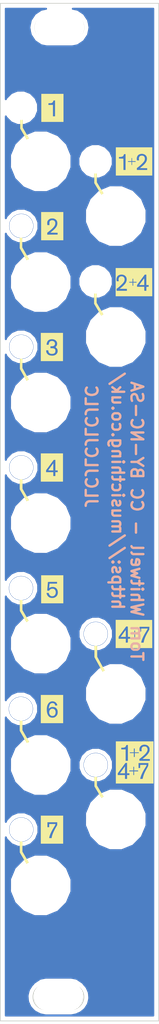
<source format=kicad_pcb>
(kicad_pcb (version 20171130) (host pcbnew 5.0.2+dfsg1-1)
  (layers (0 F.Cu signal) (31 B.Cu signal) (34 B.Paste user hide) (35 F.Paste user hide) (36 B.SilkS user) (37 F.SilkS user) (38 B.Mask user hide) (39 F.Mask user) (44 Edge.Cuts user))
  (net 0 "")
  (module MountingHole:MountingHole_3.2mm_M3_Pad (layer F.Cu) (at -2.667 61.1505)
    (fp_text reference REF** hide)
    (fp_text value MountingHole_3.2mm_M3_Pad)
    (pad "" np_thru_hole oval (at 0 0) (size 6.25 3.5) (drill oval 6.25 3.5) (layers *.Cu *.Mask))
  )
  (module LOGO (layer F.Cu) (at 0 0)
    (fp_text reference G*** hide)
    (fp_text value LOGO hide)
  )
  (module LOGO (layer F.Cu) (at 0 0)
    (fp_text reference G*** hide)
    (fp_text value LOGO hide)
  )
  (module LOGO (layer F.Cu) (at 0 0)
    (fp_text reference G*** hide)
    (fp_text value LOGO hide)
  )
  (module LOGO (layer F.Cu) (at 0 0)
    (fp_text reference G*** hide)
    (fp_text value LOGO hide)
    (fp_poly (pts (xy -7.217833 42.858587) (xy -5.977234 44.960536) (xy -5.763841 45.322509) (xy -5.571975 45.648863) (xy -5.401282 45.940217) (xy -5.251404 46.19719) (xy -5.121988 46.420402) (xy -5.012678 46.610473) (xy -4.923117 46.768021) (xy -4.852952 46.893667) (xy -4.801826 46.988029) (xy -4.769384 47.051727) (xy -4.75527 47.085381) (xy -4.754859 47.090982) (xy -4.785651 47.120877) (xy -4.837839 47.156256) (xy -4.898966 47.190451) (xy -4.95658 47.216795) (xy -4.998226 47.228618) (xy -5.009054 47.227075) (xy -5.022653 47.207269) (xy -5.056379 47.153271) (xy -5.108869 47.067364) (xy -5.17876 46.951829) (xy -5.264688 46.808948) (xy -5.365289 46.641003) (xy -5.479201 46.450275) (xy -5.605059 46.239045) (xy -5.7415 46.009596) (xy -5.887161 45.764208) (xy -6.040678 45.505164) (xy -6.200687 45.234745) (xy -6.289189 45.085) (xy -7.545916 42.95775) (xy -7.55192 41.634833) (xy -7.552795 41.400844) (xy -7.553265 41.178561) (xy -7.553347 40.971742) (xy -7.553054 40.784145) (xy -7.552404 40.619528) (xy -7.551411 40.48165) (xy -7.550092 40.37427) (xy -7.548462 40.301146) (xy -7.546536 40.266037) (xy -7.546225 40.264291) (xy -7.536898 40.239901) (xy -7.51744 40.225638) (xy -7.47827 40.218818) (xy -7.409808 40.216759) (xy -7.37618 40.216666) (xy -7.217833 40.216666) (xy -7.217833 42.858587)) (layer F.SilkS) (width 0.01))
    (fp_poly (pts (xy -2.074333 41.8465) (xy -4.8895 41.8465) (xy -4.8895 39.137166) (xy -4.064 39.137166) (xy -4.064 39.772166) (xy -3.831166 39.772166) (xy -3.831166 39.37) (xy -3.439583 39.37) (xy -3.302101 39.370143) (xy -3.201271 39.371012) (xy -3.131413 39.373266) (xy -3.086845 39.377565) (xy -3.061887 39.384567) (xy -3.050858 39.394934) (xy -3.048076 39.409323) (xy -3.048 39.415452) (xy -3.058796 39.44761) (xy -3.08875 39.508695) (xy -3.134204 39.591975) (xy -3.191506 39.690715) (xy -3.247085 39.782236) (xy -3.412846 40.060889) (xy -3.552704 40.31958) (xy -3.665571 40.556012) (xy -3.750363 40.767889) (xy -3.805994 40.952911) (xy -3.811286 40.976049) (xy -3.826602 41.043043) (xy -3.84005 41.097045) (xy -3.843953 41.110958) (xy -3.845351 41.129467) (xy -3.830515 41.14057) (xy -3.791663 41.146105) (xy -3.721014 41.147909) (xy -3.687153 41.148) (xy -3.51912 41.148) (xy -3.504634 41.036875) (xy -3.475324 40.892418) (xy -3.422522 40.720092) (xy -3.348616 40.525532) (xy -3.255991 40.314371) (xy -3.147034 40.092245) (xy -3.02413 39.864789) (xy -2.964685 39.761814) (xy -2.815166 39.508045) (xy -2.815166 39.137166) (xy -4.064 39.137166) (xy -4.8895 39.137166) (xy -4.8895 38.311666) (xy -2.074333 38.311666) (xy -2.074333 41.8465)) (layer F.SilkS) (width 0.01))
    (fp_poly (pts (xy 2.201334 34.49833) (xy 3.46075 36.597166) (xy 3.624608 36.870493) (xy 3.782254 37.133955) (xy 3.932326 37.385252) (xy 4.073465 37.622084) (xy 4.204309 37.842151) (xy 4.323498 38.043154) (xy 4.429671 38.222792) (xy 4.521468 38.378764) (xy 4.597528 38.508772) (xy 4.65649 38.610515) (xy 4.696993 38.681692) (xy 4.717678 38.720005) (xy 4.720167 38.726045) (xy 4.703059 38.753151) (xy 4.659865 38.790267) (xy 4.602783 38.829328) (xy 4.544007 38.862271) (xy 4.495735 38.881033) (xy 4.483137 38.882764) (xy 4.468996 38.86934) (xy 4.438938 38.828379) (xy 4.392455 38.759063) (xy 4.329043 38.660572) (xy 4.248197 38.532086) (xy 4.14941 38.372787) (xy 4.032177 38.181855) (xy 3.895993 37.958471) (xy 3.740353 37.701816) (xy 3.56475 37.411071) (xy 3.36868 37.085416) (xy 3.165512 36.747157) (xy 1.883834 34.611148) (xy 1.883834 31.855833) (xy 2.201334 31.855833) (xy 2.201334 34.49833)) (layer F.SilkS) (width 0.01))
    (fp_poly (pts (xy 9.3345 34.247666) (xy 4.593167 34.247666) (xy 4.593167 32.960198) (xy 4.826 32.960198) (xy 4.826 33.189333) (xy 5.736167 33.189333) (xy 5.736167 33.676166) (xy 6.011334 33.676166) (xy 6.011334 33.189333) (xy 6.307667 33.189333) (xy 6.307667 32.9565) (xy 6.011334 32.9565) (xy 6.011334 32.596666) (xy 6.2865 32.596666) (xy 6.2865 32.723666) (xy 6.7945 32.723666) (xy 6.7945 33.189333) (xy 6.900334 33.189333) (xy 6.900334 32.723666) (xy 7.408334 32.723666) (xy 7.408334 32.596666) (xy 6.900334 32.596666) (xy 6.900334 32.131) (xy 6.7945 32.131) (xy 6.7945 32.596666) (xy 6.2865 32.596666) (xy 6.011334 32.596666) (xy 6.011334 31.665333) (xy 7.450667 31.665333) (xy 7.450667 32.300333) (xy 7.660745 32.300333) (xy 7.666831 32.104541) (xy 7.672917 31.90875) (xy 8.069792 31.902991) (xy 8.209764 31.901317) (xy 8.312867 31.901196) (xy 8.38455 31.903006) (xy 8.430261 31.907124) (xy 8.455447 31.913928) (xy 8.465558 31.923796) (xy 8.466667 31.9305) (xy 8.461663 31.960327) (xy 8.444887 32.002822) (xy 8.413692 32.06286) (xy 8.365432 32.145316) (xy 8.297459 32.255064) (xy 8.248637 32.332083) (xy 8.114039 32.55432) (xy 7.991161 32.779085) (xy 7.883055 32.999681) (xy 7.792771 33.209413) (xy 7.723358 33.401585) (xy 7.677869 33.569502) (xy 7.672428 33.596791) (xy 7.657622 33.676166) (xy 7.818325 33.676166) (xy 7.899832 33.675514) (xy 7.948542 33.671411) (xy 7.973988 33.660642) (xy 7.985706 33.639988) (xy 7.990839 33.617958) (xy 8.047657 33.381123) (xy 8.122248 33.148326) (xy 8.217785 32.911921) (xy 8.337439 32.664262) (xy 8.48438 32.397704) (xy 8.527259 32.324676) (xy 8.594143 32.209502) (xy 8.641226 32.1198) (xy 8.671904 32.045634) (xy 8.689578 31.977065) (xy 8.697643 31.904155) (xy 8.6995 31.820924) (xy 8.6995 31.665333) (xy 7.450667 31.665333) (xy 6.011334 31.665333) (xy 6.011334 31.641954) (xy 5.793568 31.65475) (xy 4.826 32.960198) (xy 4.593167 32.960198) (xy 4.593167 29.724114) (xy 5.2705 29.724114) (xy 5.2705 29.950833) (xy 5.820834 29.950833) (xy 5.820834 31.390166) (xy 6.117167 31.390166) (xy 6.117167 31.16253) (xy 7.5565 31.16253) (xy 7.5565 31.262237) (xy 7.559269 31.324142) (xy 7.566283 31.366899) (xy 7.570611 31.376055) (xy 7.59452 31.379552) (xy 7.65551 31.382733) (xy 7.74833 31.385488) (xy 7.867728 31.387705) (xy 8.008454 31.389272) (xy 8.165255 31.39008) (xy 8.237361 31.390166) (xy 8.89 31.390166) (xy 8.89 31.158158) (xy 8.431335 31.152454) (xy 7.972669 31.14675) (xy 8.184399 30.973654) (xy 8.394535 30.79072) (xy 8.564231 30.61849) (xy 8.693885 30.456522) (xy 8.77867 30.315131) (xy 8.81737 30.233605) (xy 8.840978 30.17024) (xy 8.853189 30.108665) (xy 8.857698 30.032504) (xy 8.85825 29.962514) (xy 8.856946 29.866896) (xy 8.85102 29.799417) (xy 8.837452 29.745912) (xy 8.813223 29.692217) (xy 8.792585 29.6545) (xy 8.697188 29.525577) (xy 8.575557 29.429521) (xy 8.428957 29.367008) (xy 8.25865 29.338716) (xy 8.200672 29.337) (xy 8.036514 29.352176) (xy 7.8957 29.399513) (xy 7.77116 29.481724) (xy 7.732947 29.516464) (xy 7.638336 29.632266) (xy 7.581259 29.761418) (xy 7.559976 29.908976) (xy 7.563686 30.008671) (xy 7.572089 30.081792) (xy 7.581464 30.138236) (xy 7.588784 30.163363) (xy 7.614945 30.173856) (xy 7.670819 30.181191) (xy 7.737137 30.183666) (xy 7.872942 30.183666) (xy 7.857596 30.114875) (xy 7.843667 30.008616) (xy 7.845437 29.898887) (xy 7.861741 29.80117) (xy 7.885773 29.739774) (xy 7.939887 29.663571) (xy 8.001743 29.615086) (xy 8.081855 29.589134) (xy 8.190737 29.580531) (xy 8.208927 29.580416) (xy 8.298617 29.582525) (xy 8.359866 29.590848) (xy 8.406446 29.608378) (xy 8.442675 29.631239) (xy 8.515293 29.70633) (xy 8.567426 29.807067) (xy 8.59213 29.918985) (xy 8.593202 29.944801) (xy 8.582342 30.056522) (xy 8.547249 30.170085) (xy 8.485895 30.2881) (xy 8.396256 30.413173) (xy 8.276306 30.547914) (xy 8.124019 30.69493) (xy 7.937368 30.85683) (xy 7.794625 30.972901) (xy 7.5565 31.16253) (xy 6.117167 31.16253) (xy 6.117167 30.310666) (xy 6.35 30.310666) (xy 6.35 30.4165) (xy 6.858 30.4165) (xy 6.858 30.903333) (xy 6.985 30.903333) (xy 6.985 30.4165) (xy 7.493 30.4165) (xy 7.493 30.310666) (xy 6.985 30.310666) (xy 6.985 29.823833) (xy 6.858 29.823833) (xy 6.858 30.310666) (xy 6.35 30.310666) (xy 6.117167 30.310666) (xy 6.117167 29.377121) (xy 6.007292 29.383518) (xy 5.942422 29.389088) (xy 5.90724 29.401137) (xy 5.889116 29.427337) (xy 5.878971 29.461468) (xy 5.837999 29.565112) (xy 5.773594 29.640769) (xy 5.681957 29.690739) (xy 5.559285 29.717328) (xy 5.446857 29.723303) (xy 5.2705 29.724114) (xy 4.593167 29.724114) (xy 4.593167 28.934833) (xy 9.3345 28.934833) (xy 9.3345 34.247666)) (layer F.SilkS) (width 0.01))
    (fp_poly (pts (xy -7.295474 24.810855) (xy -7.251314 24.820181) (xy -7.244497 24.826035) (xy -7.238662 24.839992) (xy -7.233734 24.865083) (xy -7.229637 24.904339) (xy -7.226298 24.960793) (xy -7.223642 25.037475) (xy -7.221593 25.137417) (xy -7.220076 25.263652) (xy -7.219017 25.41921) (xy -7.218342 25.607123) (xy -7.217974 25.830424) (xy -7.217839 26.092142) (xy -7.217833 26.17604) (xy -7.217833 27.519052) (xy -5.977286 29.660268) (xy -5.764461 30.028039) (xy -5.572916 30.359949) (xy -5.40234 30.65655) (xy -5.252421 30.918395) (xy -5.122849 31.146035) (xy -5.013313 31.340024) (xy -4.923501 31.500913) (xy -4.853102 31.629254) (xy -4.801805 31.7256) (xy -4.769299 31.790504) (xy -4.755273 31.824517) (xy -4.754911 31.829898) (xy -4.785685 31.85976) (xy -4.83786 31.895112) (xy -4.898979 31.929289) (xy -4.956585 31.955624) (xy -4.998221 31.967448) (xy -5.009046 31.965909) (xy -5.022462 31.946027) (xy -5.055723 31.891759) (xy -5.107499 31.805377) (xy -5.176458 31.689151) (xy -5.261271 31.545353) (xy -5.360607 31.376253) (xy -5.473134 31.184122) (xy -5.597522 30.971232) (xy -5.732441 30.739852) (xy -5.87656 30.492255) (xy -6.028548 30.230711) (xy -6.187075 29.957492) (xy -6.294472 29.772159) (xy -7.5565 27.593235) (xy -7.5565 26.225684) (xy -7.556306 25.933972) (xy -7.555695 25.682283) (xy -7.554625 25.468307) (xy -7.553054 25.289733) (xy -7.55094 25.144253) (xy -7.548241 25.029557) (xy -7.544915 24.943335) (xy -7.54092 24.883278) (xy -7.536213 24.847077) (xy -7.5311 24.832733) (xy -7.496504 24.818916) (xy -7.435342 24.8102) (xy -7.363153 24.80728) (xy -7.295474 24.810855)) (layer F.SilkS) (width 0.01))
    (fp_poly (pts (xy -2.074333 26.627666) (xy -4.8895 26.627666) (xy -4.8895 24.898041) (xy -4.143781 24.898041) (xy -4.140972 25.056093) (xy -4.128426 25.198052) (xy -4.120134 25.249516) (xy -4.066576 25.453464) (xy -3.99029 25.62352) (xy -3.892034 25.758907) (xy -3.772561 25.858848) (xy -3.632628 25.922567) (xy -3.472991 25.949289) (xy -3.438062 25.950126) (xy -3.337806 25.944518) (xy -3.240042 25.929578) (xy -3.185006 25.915112) (xy -3.079071 25.861077) (xy -2.974657 25.776477) (xy -2.882327 25.672099) (xy -2.812646 25.558734) (xy -2.794625 25.516416) (xy -2.764953 25.39899) (xy -2.752823 25.264948) (xy -2.757828 25.128747) (xy -2.779564 25.004843) (xy -2.811378 24.919046) (xy -2.898957 24.783245) (xy -3.003779 24.684016) (xy -3.130333 24.618558) (xy -3.283105 24.584071) (xy -3.357764 24.578075) (xy -3.49777 24.581078) (xy -3.612869 24.607018) (xy -3.716167 24.660202) (xy -3.7952 24.721804) (xy -3.8735 24.790552) (xy -3.8735 24.728245) (xy -3.865634 24.652747) (xy -3.844875 24.554846) (xy -3.815477 24.449222) (xy -3.781697 24.350552) (xy -3.74779 24.273512) (xy -3.735646 24.252795) (xy -3.65534 24.167879) (xy -3.551293 24.11442) (xy -3.430694 24.094967) (xy -3.32322 24.106464) (xy -3.225069 24.145217) (xy -3.151532 24.21418) (xy -3.097839 24.317938) (xy -3.094965 24.325876) (xy -3.070289 24.386862) (xy -3.048375 24.414967) (xy -3.022079 24.41847) (xy -3.01625 24.417105) (xy -2.963277 24.408417) (xy -2.910416 24.405131) (xy -2.840458 24.398308) (xy -2.80678 24.375116) (xy -2.80494 24.328872) (xy -2.822548 24.273021) (xy -2.898842 24.127011) (xy -3.004175 24.011755) (xy -3.137916 23.927814) (xy -3.26032 23.884754) (xy -3.422665 23.862867) (xy -3.576011 23.88081) (xy -3.717402 23.936512) (xy -3.843882 24.027904) (xy -3.952497 24.152916) (xy -4.040291 24.309478) (xy -4.097905 24.471438) (xy -4.121836 24.591301) (xy -4.137265 24.738306) (xy -4.143781 24.898041) (xy -4.8895 24.898041) (xy -4.8895 23.071666) (xy -2.074333 23.071666) (xy -2.074333 26.627666)) (layer F.SilkS) (width 0.01))
    (fp_poly (pts (xy 2.2225 16.806333) (xy 2.233084 18.25625) (xy 3.484423 20.521083) (xy 3.642694 20.807832) (xy 3.79504 21.084416) (xy 3.940227 21.348564) (xy 4.077022 21.598009) (xy 4.204192 21.830481) (xy 4.320502 22.043713) (xy 4.42472 22.235436) (xy 4.515611 22.403381) (xy 4.591943 22.54528) (xy 4.652481 22.658863) (xy 4.695992 22.741863) (xy 4.721242 22.792011) (xy 4.72744 22.807083) (xy 4.704288 22.829602) (xy 4.655667 22.861798) (xy 4.594863 22.896319) (xy 4.535166 22.925814) (xy 4.489864 22.942931) (xy 4.47875 22.944666) (xy 4.451622 22.927701) (xy 4.415959 22.884537) (xy 4.397028 22.854708) (xy 4.380293 22.824873) (xy 4.344474 22.760329) (xy 4.290883 22.663457) (xy 4.220835 22.536643) (xy 4.135645 22.38227) (xy 4.036625 22.202722) (xy 3.925091 22.000383) (xy 3.802356 21.777637) (xy 3.669734 21.536866) (xy 3.528541 21.280456) (xy 3.380088 21.01079) (xy 3.225692 20.730252) (xy 3.114288 20.527786) (xy 1.883543 18.290822) (xy 1.894417 15.356416) (xy 2.211917 15.356416) (xy 2.2225 16.806333)) (layer F.SilkS) (width 0.01))
    (fp_poly (pts (xy 9.17575 13.599583) (xy 9.181163 15.372291) (xy 9.186575 17.145) (xy 4.572 17.145) (xy 4.572 15.980833) (xy 4.929899 15.980833) (xy 5.842 15.980833) (xy 5.842 16.469686) (xy 5.974292 16.463385) (xy 6.106584 16.457083) (xy 6.112559 16.219909) (xy 6.118535 15.982736) (xy 6.402917 15.97025) (xy 6.402917 15.737416) (xy 6.260346 15.731164) (xy 6.117776 15.724913) (xy 6.114786 15.377583) (xy 6.498167 15.377583) (xy 6.499455 15.401597) (xy 6.508472 15.41696) (xy 6.532947 15.425604) (xy 6.580609 15.429461) (xy 6.659187 15.430464) (xy 6.709834 15.4305) (xy 6.9215 15.4305) (xy 6.9215 15.631583) (xy 6.921868 15.724738) (xy 6.924361 15.783489) (xy 6.931068 15.815765) (xy 6.944074 15.829498) (xy 6.965466 15.832615) (xy 6.974417 15.832666) (xy 6.998931 15.83127) (xy 7.014392 15.821794) (xy 7.022886 15.79631) (xy 7.0265 15.746887) (xy 7.02732 15.665596) (xy 7.027334 15.631583) (xy 7.027334 15.4305) (xy 7.239 15.4305) (xy 7.335056 15.430177) (xy 7.396508 15.427923) (xy 7.431084 15.421804) (xy 7.446514 15.409889) (xy 7.450527 15.390244) (xy 7.450667 15.377583) (xy 7.449379 15.353569) (xy 7.440362 15.338206) (xy 7.415886 15.329562) (xy 7.368224 15.325704) (xy 7.289647 15.324701) (xy 7.239 15.324666) (xy 7.027334 15.324666) (xy 7.027334 15.123583) (xy 7.026966 15.030428) (xy 7.024472 14.971677) (xy 7.017766 14.9394) (xy 7.00476 14.925668) (xy 6.983368 14.92255) (xy 6.974417 14.9225) (xy 6.949902 14.923896) (xy 6.934442 14.933371) (xy 6.925948 14.958856) (xy 6.922334 15.008279) (xy 6.921514 15.089569) (xy 6.9215 15.123583) (xy 6.9215 15.324666) (xy 6.709834 15.324666) (xy 6.613777 15.324988) (xy 6.552326 15.327242) (xy 6.517749 15.333361) (xy 6.502319 15.345277) (xy 6.498307 15.364921) (xy 6.498167 15.377583) (xy 6.114786 15.377583) (xy 6.106858 14.456833) (xy 7.577667 14.456833) (xy 7.577667 15.070666) (xy 7.789334 15.070666) (xy 7.789334 14.689666) (xy 8.598256 14.689666) (xy 8.584921 14.742797) (xy 8.569606 14.777941) (xy 8.535624 14.841684) (xy 8.487016 14.926897) (xy 8.427822 15.026452) (xy 8.379113 15.105915) (xy 8.227054 15.361327) (xy 8.094678 15.605353) (xy 7.983809 15.833987) (xy 7.89627 16.043226) (xy 7.833886 16.229064) (xy 7.79999 16.377708) (xy 7.785612 16.467666) (xy 8.104915 16.467666) (xy 8.118246 16.388291) (xy 8.161559 16.187202) (xy 8.226104 15.978004) (xy 8.313862 15.755943) (xy 8.426814 15.516264) (xy 8.566939 15.254213) (xy 8.653256 15.104022) (xy 8.813815 14.830461) (xy 8.822747 14.643647) (xy 8.831678 14.456833) (xy 7.577667 14.456833) (xy 6.106858 14.456833) (xy 6.106584 14.425083) (xy 6.00075 14.419645) (xy 5.894917 14.414207) (xy 5.418667 15.060037) (xy 4.942417 15.705866) (xy 4.936158 15.84335) (xy 4.929899 15.980833) (xy 4.572 15.980833) (xy 4.572 13.588811) (xy 9.17575 13.599583)) (layer F.SilkS) (width 0.01))
    (fp_poly (pts (xy -7.36796 9.698733) (xy -7.228416 9.704916) (xy -7.217516 12.359708) (xy -5.978495 14.470082) (xy -5.817418 14.74482) (xy -5.662619 15.009596) (xy -5.515425 15.262103) (xy -5.377163 15.500032) (xy -5.249157 15.721076) (xy -5.132735 15.922927) (xy -5.029224 16.103277) (xy -4.939949 16.259819) (xy -4.866237 16.390244) (xy -4.809414 16.492246) (xy -4.770807 16.563516) (xy -4.751742 16.601746) (xy -4.749926 16.607694) (xy -4.77184 16.629976) (xy -4.818661 16.664108) (xy -4.877826 16.70224) (xy -4.93677 16.736524) (xy -4.982929 16.75911) (xy -4.999806 16.763801) (xy -5.016334 16.746838) (xy -5.048447 16.701081) (xy -5.090747 16.634504) (xy -5.117891 16.589375) (xy -5.142543 16.54751) (xy -5.18709 16.471774) (xy -5.249984 16.364795) (xy -5.329681 16.229206) (xy -5.424634 16.067637) (xy -5.533298 15.882717) (xy -5.654127 15.677078) (xy -5.785576 15.453351) (xy -5.926098 15.214165) (xy -6.074148 14.962153) (xy -6.22818 14.699943) (xy -6.383418 14.435666) (xy -7.545916 12.456583) (xy -7.551667 11.104638) (xy -7.552703 10.812992) (xy -7.553131 10.561425) (xy -7.55292 10.347683) (xy -7.55204 10.169517) (xy -7.550457 10.024673) (xy -7.548143 9.910901) (xy -7.545064 9.825949) (xy -7.54119 9.767566) (xy -7.536489 9.733499) (xy -7.532461 9.722622) (xy -7.501668 9.70504) (xy -7.442724 9.697756) (xy -7.36796 9.698733)) (layer F.SilkS) (width 0.01))
    (fp_poly (pts (xy -2.053166 11.4935) (xy -4.847166 11.4935) (xy -4.847166 10.179101) (xy -4.175574 10.179101) (xy -4.16159 10.26655) (xy -4.120274 10.405062) (xy -4.045804 10.53802) (xy -3.946444 10.654002) (xy -3.830462 10.741583) (xy -3.809766 10.752785) (xy -3.705006 10.797563) (xy -3.598961 10.822295) (xy -3.476222 10.82979) (xy -3.398722 10.827714) (xy -3.297198 10.819401) (xy -3.217166 10.802375) (xy -3.137919 10.771319) (xy -3.092602 10.749114) (xy -2.954026 10.656412) (xy -2.847823 10.537042) (xy -2.775011 10.392779) (xy -2.736608 10.225397) (xy -2.7305 10.117666) (xy -2.748265 9.942471) (xy -2.799432 9.786493) (xy -2.880813 9.653463) (xy -2.989215 9.547112) (xy -3.12145 9.471169) (xy -3.274326 9.429365) (xy -3.323729 9.424039) (xy -3.500163 9.427967) (xy -3.654141 9.466251) (xy -3.75416 9.517518) (xy -3.835903 9.571068) (xy -3.822234 9.394575) (xy -3.814132 9.296554) (xy -3.805347 9.200535) (xy -3.797611 9.125318) (xy -3.796713 9.117541) (xy -3.784861 9.017) (xy -2.836333 9.017) (xy -2.836333 8.784166) (xy -3.418416 8.784166) (xy -3.598748 8.784587) (xy -3.740476 8.785961) (xy -3.847323 8.788458) (xy -3.92301 8.792247) (xy -3.971261 8.797497) (xy -3.995797 8.804377) (xy -4.000874 8.810625) (xy -4.002759 8.8386) (xy -4.00783 8.902357) (xy -4.015556 8.995509) (xy -4.025403 9.111668) (xy -4.036839 9.244447) (xy -4.042833 9.313333) (xy -4.058329 9.487747) (xy -4.070382 9.624464) (xy -4.078366 9.728023) (xy -4.081652 9.802968) (xy -4.079613 9.853839) (xy -4.07162 9.885177) (xy -4.057046 9.901526) (xy -4.035263 9.907425) (xy -4.005642 9.907417) (xy -3.967557 9.906043) (xy -3.960895 9.906) (xy -3.889517 9.904209) (xy -3.845976 9.894888) (xy -3.815806 9.872117) (xy -3.788179 9.835299) (xy -3.711333 9.747298) (xy -3.619392 9.691368) (xy -3.502962 9.662503) (xy -3.455299 9.657908) (xy -3.321839 9.662161) (xy -3.21522 9.696733) (xy -3.130138 9.764396) (xy -3.064172 9.862341) (xy -3.0179 9.988966) (xy -3.004576 10.120328) (xy -3.021591 10.248983) (xy -3.066336 10.36749) (xy -3.136203 10.468405) (xy -3.228582 10.544285) (xy -3.316377 10.581806) (xy -3.457909 10.602697) (xy -3.585566 10.584843) (xy -3.695709 10.530124) (xy -3.784697 10.440419) (xy -3.848891 10.31761) (xy -3.853563 10.304301) (xy -3.891587 10.19175) (xy -4.033581 10.185425) (xy -4.175574 10.179101) (xy -4.847166 10.179101) (xy -4.847166 7.958666) (xy -2.053166 7.958666) (xy -2.053166 11.4935)) (layer F.SilkS) (width 0.01))
    (fp_poly (pts (xy -7.374688 -5.66842) (xy -7.228416 -5.662084) (xy -7.20725 -2.95275) (xy -5.971584 -0.826868) (xy -5.761487 -0.465006) (xy -5.572586 -0.138789) (xy -5.404459 0.152532) (xy -5.25668 0.409708) (xy -5.128826 0.633491) (xy -5.020474 0.824629) (xy -4.931198 0.983873) (xy -4.860575 1.111975) (xy -4.808182 1.209683) (xy -4.773595 1.27775) (xy -4.756389 1.316924) (xy -4.7545 1.327624) (xy -4.784978 1.356777) (xy -4.836931 1.391751) (xy -4.897977 1.425923) (xy -4.955731 1.452669) (xy -4.997811 1.465366) (xy -5.009622 1.464072) (xy -5.022037 1.444875) (xy -5.054065 1.391815) (xy -5.104098 1.307658) (xy -5.170524 1.19517) (xy -5.251732 1.057115) (xy -5.346114 0.896261) (xy -5.452057 0.715371) (xy -5.567952 0.517213) (xy -5.692188 0.304551) (xy -5.823155 0.080151) (xy -5.959242 -0.153222) (xy -6.098839 -0.392801) (xy -6.240336 -0.635821) (xy -6.382122 -0.879517) (xy -6.522586 -1.121123) (xy -6.660119 -1.357873) (xy -6.793109 -1.587003) (xy -6.919947 -1.805745) (xy -7.039022 -2.011335) (xy -7.148723 -2.201008) (xy -7.24744 -2.371996) (xy -7.333563 -2.521536) (xy -7.405481 -2.646861) (xy -7.461584 -2.745206) (xy -7.490134 -2.795712) (xy -7.5565 -2.91384) (xy -7.556176 -4.266795) (xy -7.555853 -4.502757) (xy -7.555031 -4.726492) (xy -7.553756 -4.934359) (xy -7.552076 -5.122717) (xy -7.550038 -5.287925) (xy -7.547687 -5.426341) (xy -7.545072 -5.534324) (xy -7.542239 -5.608233) (xy -7.539235 -5.644428) (xy -7.538406 -5.647253) (xy -7.510393 -5.663101) (xy -7.449475 -5.669559) (xy -7.374688 -5.66842)) (layer F.SilkS) (width 0.01))
    (fp_poly (pts (xy -2.0955 -3.8735) (xy -4.8895 -3.8735) (xy -4.8895 -5.309135) (xy -4.233333 -5.309135) (xy -4.233333 -5.058834) (xy -3.323166 -5.058834) (xy -3.323166 -4.572) (xy -3.048 -4.572) (xy -3.048 -5.058834) (xy -2.751666 -5.058834) (xy -2.751666 -5.291667) (xy -3.048 -5.291667) (xy -3.048 -6.627379) (xy -3.156882 -6.620982) (xy -3.265765 -6.614584) (xy -3.749549 -5.96186) (xy -4.233333 -5.309135) (xy -4.8895 -5.309135) (xy -4.8895 -7.4295) (xy -2.0955 -7.4295) (xy -2.0955 -3.8735)) (layer F.SilkS) (width 0.01))
    (fp_poly (pts (xy -7.222969 -19.55495) (xy -7.217521 -18.207817) (xy -6.021761 -16.073466) (xy -5.866175 -15.795546) (xy -5.716489 -15.52775) (xy -5.573994 -15.272413) (xy -5.439982 -15.031869) (xy -5.315746 -14.808449) (xy -5.202578 -14.604488) (xy -5.10177 -14.422319) (xy -5.014615 -14.264275) (xy -4.942403 -14.132689) (xy -4.886428 -14.029895) (xy -4.847981 -13.958226) (xy -4.828356 -13.920014) (xy -4.826 -13.914245) (xy -4.842928 -13.893394) (xy -4.885843 -13.860775) (xy -4.942936 -13.823696) (xy -5.0024 -13.789462) (xy -5.052427 -13.765381) (xy -5.077953 -13.758334) (xy -5.100732 -13.774767) (xy -5.132171 -13.81544) (xy -5.139568 -13.827125) (xy -5.155275 -13.854384) (xy -5.190302 -13.916159) (xy -5.243291 -14.010032) (xy -5.312882 -14.133581) (xy -5.397714 -14.284386) (xy -5.496429 -14.460026) (xy -5.607666 -14.658081) (xy -5.730065 -14.876131) (xy -5.862267 -15.111755) (xy -6.002912 -15.362531) (xy -6.150641 -15.626041) (xy -6.304093 -15.899863) (xy -6.358528 -15.997022) (xy -7.535635 -18.098128) (xy -7.530192 -19.500106) (xy -7.52475 -20.902084) (xy -7.228416 -20.902084) (xy -7.222969 -19.55495)) (layer F.SilkS) (width 0.01))
    (fp_poly (pts (xy -2.0955 -19.092334) (xy -4.8895 -19.092334) (xy -4.8895 -20.457584) (xy -4.22275 -20.457584) (xy -4.218601 -20.35175) (xy -4.208907 -20.269453) (xy -4.189539 -20.189355) (xy -4.181078 -20.166071) (xy -4.130698 -20.078122) (xy -4.056505 -19.986816) (xy -3.972392 -19.908045) (xy -3.92794 -19.876442) (xy -3.81935 -19.82721) (xy -3.683802 -19.792534) (xy -3.534574 -19.773807) (xy -3.384942 -19.772421) (xy -3.248183 -19.789768) (xy -3.2053 -19.800676) (xy -3.05097 -19.865488) (xy -2.926428 -19.957262) (xy -2.834074 -20.07211) (xy -2.776305 -20.20614) (xy -2.755521 -20.355461) (xy -2.771414 -20.504311) (xy -2.790232 -20.573894) (xy -2.816752 -20.629174) (xy -2.859685 -20.684419) (xy -2.917928 -20.744304) (xy -3.037556 -20.861692) (xy -2.978601 -20.910517) (xy -2.897397 -21.004121) (xy -2.84469 -21.122333) (xy -2.822537 -21.256698) (xy -2.832995 -21.398762) (xy -2.846284 -21.454174) (xy -2.903972 -21.581479) (xy -2.994251 -21.688147) (xy -3.11151 -21.771783) (xy -3.250137 -21.82999) (xy -3.40452 -21.860373) (xy -3.56905 -21.860535) (xy -3.728416 -21.830858) (xy -3.867706 -21.771069) (xy -3.982171 -21.677792) (xy -4.070256 -21.552903) (xy -4.130407 -21.398277) (xy -4.146773 -21.32597) (xy -4.162444 -21.238984) (xy -4.166623 -21.185648) (xy -4.154144 -21.157754) (xy -4.119842 -21.147093) (xy -4.058553 -21.145458) (xy -4.033209 -21.1455) (xy -3.896585 -21.1455) (xy -3.884185 -21.224875) (xy -3.854241 -21.365055) (xy -3.81185 -21.469326) (xy -3.753199 -21.543224) (xy -3.674475 -21.592284) (xy -3.617774 -21.611632) (xy -3.487678 -21.629944) (xy -3.367489 -21.615632) (xy -3.263107 -21.572328) (xy -3.180433 -21.503664) (xy -3.125366 -21.413272) (xy -3.103807 -21.304784) (xy -3.103707 -21.295166) (xy -3.120505 -21.177649) (xy -3.170142 -21.086298) (xy -3.252896 -21.020894) (xy -3.369046 -20.981216) (xy -3.518868 -20.967045) (xy -3.518901 -20.967045) (xy -3.682886 -20.965584) (xy -3.68299 -20.711584) (xy -3.486805 -20.710907) (xy -3.332944 -20.700648) (xy -3.214865 -20.669853) (xy -3.130379 -20.616707) (xy -3.077298 -20.539395) (xy -3.053437 -20.436103) (xy -3.052741 -20.35085) (xy -3.074166 -20.226789) (xy -3.1239 -20.132077) (xy -3.203952 -20.064878) (xy -3.316335 -20.023356) (xy -3.428831 -20.007534) (xy -3.587185 -20.010176) (xy -3.715831 -20.042842) (xy -3.815217 -20.105845) (xy -3.885789 -20.199496) (xy -3.927995 -20.324107) (xy -3.934187 -20.36028) (xy -3.948106 -20.457584) (xy -4.22275 -20.457584) (xy -4.8895 -20.457584) (xy -4.8895 -22.648334) (xy -2.0955 -22.648334) (xy -2.0955 -19.092334)) (layer F.SilkS) (width 0.01))
    (fp_poly (pts (xy 2.15913 -26.44775) (xy 3.409287 -24.334925) (xy 3.606483 -24.001438) (xy 3.782917 -23.702571) (xy 3.939565 -23.436618) (xy 4.077403 -23.201873) (xy 4.197406 -22.996631) (xy 4.300549 -22.819184) (xy 4.38781 -22.667829) (xy 4.460164 -22.540858) (xy 4.518586 -22.436566) (xy 4.564053 -22.353246) (xy 4.597541 -22.289194) (xy 4.620024 -22.242703) (xy 4.63248 -22.212067) (xy 4.635883 -22.19558) (xy 4.634856 -22.192474) (xy 4.601438 -22.164269) (xy 4.546736 -22.128601) (xy 4.484732 -22.093405) (xy 4.429407 -22.066616) (xy 4.394745 -22.056172) (xy 4.394709 -22.056173) (xy 4.381078 -22.074104) (xy 4.347329 -22.126261) (xy 4.294821 -22.210389) (xy 4.224911 -22.324231) (xy 4.138958 -22.465533) (xy 4.038319 -22.632038) (xy 3.924353 -22.821491) (xy 3.798418 -23.031637) (xy 3.661872 -23.26022) (xy 3.516073 -23.504984) (xy 3.362379 -23.763674) (xy 3.202148 -24.034033) (xy 3.106209 -24.196223) (xy 1.8415 -26.335768) (xy 1.8415 -29.083) (xy 2.159 -29.083) (xy 2.15913 -26.44775)) (layer F.SilkS) (width 0.01))
    (fp_poly (pts (xy 9.17575 -30.82925) (xy 9.181163 -29.056542) (xy 9.186575 -27.283834) (xy 4.572 -27.283834) (xy 4.572 -29.411231) (xy 4.658699 -29.411231) (xy 4.670916 -29.279623) (xy 4.676289 -29.257625) (xy 4.700632 -29.167667) (xy 4.839664 -29.167667) (xy 4.915821 -29.169543) (xy 4.956656 -29.176213) (xy 4.969057 -29.189242) (xy 4.967551 -29.196711) (xy 4.945928 -29.287842) (xy 4.939072 -29.397207) (xy 4.947942 -29.50302) (xy 4.952973 -29.527386) (xy 4.997284 -29.63953) (xy 5.069498 -29.72004) (xy 5.170946 -29.770237) (xy 5.20684 -29.779489) (xy 5.343194 -29.790703) (xy 5.463141 -29.765742) (xy 5.562341 -29.708773) (xy 5.636452 -29.623962) (xy 5.681134 -29.515478) (xy 5.692045 -29.387488) (xy 5.684179 -29.321267) (xy 5.662836 -29.231811) (xy 5.630266 -29.148654) (xy 5.582111 -29.065334) (xy 5.514011 -28.975389) (xy 5.421608 -28.872358) (xy 5.300544 -28.749778) (xy 5.295 -28.744334) (xy 5.19248 -28.646327) (xy 5.085107 -28.548078) (xy 4.982473 -28.458076) (xy 4.894171 -28.38481) (xy 4.852514 -28.35275) (xy 4.679728 -28.22575) (xy 4.678781 -28.093459) (xy 4.677834 -27.961167) (xy 5.990167 -27.961167) (xy 5.990167 -28.214342) (xy 5.079227 -28.22575) (xy 5.243004 -28.35275) (xy 5.36174 -28.450445) (xy 5.482573 -28.559811) (xy 5.598191 -28.673382) (xy 5.701281 -28.783694) (xy 5.784533 -28.88328) (xy 5.83811 -28.960346) (xy 5.880887 -29.05125) (xy 6.265334 -29.05125) (xy 6.266622 -29.027236) (xy 6.275639 -29.011874) (xy 6.300114 -29.003229) (xy 6.347776 -28.999372) (xy 6.426354 -28.998369) (xy 6.477 -28.998334) (xy 6.688667 -28.998334) (xy 6.688667 -28.79725) (xy 6.689034 -28.704096) (xy 6.691528 -28.645345) (xy 6.698234 -28.613068) (xy 6.71124 -28.599336) (xy 6.732633 -28.596218) (xy 6.741584 -28.596167) (xy 6.766098 -28.597564) (xy 6.781559 -28.607039) (xy 6.790053 -28.632524) (xy 6.793666 -28.681946) (xy 6.793777 -28.692944) (xy 7.260167 -28.692944) (xy 7.260167 -28.469167) (xy 8.170334 -28.469167) (xy 8.170334 -28.229278) (xy 8.171511 -28.132441) (xy 8.174706 -28.051702) (xy 8.179414 -27.996149) (xy 8.184445 -27.975278) (xy 8.211759 -27.96764) (xy 8.267763 -27.962516) (xy 8.321356 -27.961167) (xy 8.444157 -27.961167) (xy 8.45012 -28.209875) (xy 8.456084 -28.458584) (xy 8.598959 -28.464843) (xy 8.741834 -28.471101) (xy 8.741834 -28.702) (xy 8.4455 -28.702) (xy 8.4455 -30.014334) (xy 8.237944 -30.014334) (xy 7.749055 -29.353639) (xy 7.260167 -28.692944) (xy 6.793777 -28.692944) (xy 6.794487 -28.763237) (xy 6.7945 -28.79725) (xy 6.7945 -28.998334) (xy 7.006167 -28.998334) (xy 7.102223 -28.998656) (xy 7.163675 -29.00091) (xy 7.198251 -29.007029) (xy 7.213681 -29.018944) (xy 7.217693 -29.038589) (xy 7.217834 -29.05125) (xy 7.216545 -29.075265) (xy 7.207528 -29.090627) (xy 7.183053 -29.099272) (xy 7.135391 -29.103129) (xy 7.056813 -29.104132) (xy 7.006167 -29.104167) (xy 6.7945 -29.104167) (xy 6.7945 -29.30525) (xy 6.794133 -29.398405) (xy 6.791639 -29.457156) (xy 6.784933 -29.489433) (xy 6.771927 -29.503165) (xy 6.750534 -29.506283) (xy 6.741584 -29.506334) (xy 6.717069 -29.504937) (xy 6.701608 -29.495462) (xy 6.693114 -29.469977) (xy 6.689501 -29.420555) (xy 6.68868 -29.339264) (xy 6.688667 -29.30525) (xy 6.688667 -29.104167) (xy 6.477 -29.104167) (xy 6.380944 -29.103845) (xy 6.319492 -29.101591) (xy 6.284916 -29.095472) (xy 6.269486 -29.083557) (xy 6.265474 -29.063912) (xy 6.265334 -29.05125) (xy 5.880887 -29.05125) (xy 5.917714 -29.129506) (xy 5.96 -29.301481) (xy 5.964227 -29.470486) (xy 5.929654 -29.630737) (xy 5.925481 -29.642228) (xy 5.857095 -29.768327) (xy 5.759025 -29.870927) (xy 5.637714 -29.948602) (xy 5.499601 -29.999924) (xy 5.351129 -30.023466) (xy 5.198738 -30.017801) (xy 5.04887 -29.981501) (xy 4.907964 -29.913141) (xy 4.858373 -29.878661) (xy 4.777759 -29.793118) (xy 4.715413 -29.67921) (xy 4.674629 -29.548171) (xy 4.658699 -29.411231) (xy 4.572 -29.411231) (xy 4.572 -30.840022) (xy 9.17575 -30.82925)) (layer F.SilkS) (width 0.01))
    (fp_poly (pts (xy -7.306754 -36.16745) (xy -7.288028 -36.164166) (xy -7.239 -36.151861) (xy -7.239 -33.451683) (xy -5.988651 -31.297139) (xy -5.827514 -31.019101) (xy -5.672587 -30.751046) (xy -5.525172 -30.495267) (xy -5.386574 -30.254057) (xy -5.258095 -30.02971) (xy -5.14104 -29.824519) (xy -5.036711 -29.640777) (xy -4.946412 -29.480777) (xy -4.871447 -29.346812) (xy -4.813119 -29.241176) (xy -4.772731 -29.166161) (xy -4.751587 -29.124062) (xy -4.748671 -29.115574) (xy -4.77359 -29.088946) (xy -4.823873 -29.054054) (xy -4.88572 -29.0187) (xy -4.945329 -28.990683) (xy -4.988898 -28.977804) (xy -4.992708 -28.977649) (xy -5.008818 -28.995209) (xy -5.044691 -29.047833) (xy -5.100433 -29.135697) (xy -5.17615 -29.25898) (xy -5.271947 -29.417859) (xy -5.387931 -29.612513) (xy -5.524207 -29.843118) (xy -5.680881 -30.109853) (xy -5.85806 -30.412896) (xy -6.055848 -30.752424) (xy -6.274352 -31.128614) (xy -6.291941 -31.158939) (xy -7.556799 -33.339746) (xy -7.551358 -34.751498) (xy -7.545916 -36.16325) (xy -7.441486 -36.169861) (xy -7.368958 -36.171349) (xy -7.306754 -36.16745)) (layer F.SilkS) (width 0.01))
    (fp_poly (pts (xy -2.053166 -34.3535) (xy -4.847166 -34.3535) (xy -4.847166 -36.463928) (xy -4.091241 -36.463928) (xy -4.083147 -36.363303) (xy -4.07862 -36.337875) (xy -4.062082 -36.2585) (xy -3.799256 -36.2585) (xy -3.799336 -36.468471) (xy -3.798161 -36.569442) (xy -3.793412 -36.63842) (xy -3.783391 -36.685705) (xy -3.766404 -36.721596) (xy -3.754871 -36.738346) (xy -3.670566 -36.820091) (xy -3.563932 -36.867093) (xy -3.452982 -36.880658) (xy -3.320337 -36.865288) (xy -3.213094 -36.817122) (xy -3.133832 -36.73865) (xy -3.085129 -36.632366) (xy -3.069515 -36.50987) (xy -3.078264 -36.399768) (xy -3.106788 -36.291599) (xy -3.157515 -36.182181) (xy -3.232874 -36.068329) (xy -3.335294 -35.946859) (xy -3.467204 -35.814588) (xy -3.631033 -35.668331) (xy -3.829209 -35.504905) (xy -3.847041 -35.490657) (xy -4.085166 -35.300803) (xy -4.085166 -35.051397) (xy -3.423708 -35.056991) (xy -2.76225 -35.062584) (xy -2.76225 -35.295417) (xy -3.215649 -35.306) (xy -3.669049 -35.316584) (xy -3.459066 -35.488588) (xy -3.266906 -35.65384) (xy -3.111224 -35.806025) (xy -2.989612 -35.948806) (xy -2.899658 -36.085841) (xy -2.838952 -36.22079) (xy -2.805085 -36.357314) (xy -2.79561 -36.496097) (xy -2.812027 -36.661684) (xy -2.858871 -36.799293) (xy -2.938204 -36.912367) (xy -3.052086 -37.004353) (xy -3.123294 -37.043843) (xy -3.199877 -37.079351) (xy -3.262317 -37.100376) (xy -3.327532 -37.110543) (xy -3.412437 -37.113477) (xy -3.448186 -37.113474) (xy -3.557461 -37.109751) (xy -3.64093 -37.097839) (xy -3.714764 -37.075014) (xy -3.740722 -37.064207) (xy -3.840858 -37.004801) (xy -3.936851 -36.921018) (xy -4.015511 -36.825878) (xy -4.055991 -36.75302) (xy -4.07674 -36.675708) (xy -4.088798 -36.573703) (xy -4.091241 -36.463928) (xy -4.847166 -36.463928) (xy -4.847166 -37.9095) (xy -2.053166 -37.9095) (xy -2.053166 -34.3535)) (layer F.SilkS) (width 0.01))
    (fp_poly (pts (xy 2.19075 -41.666584) (xy 3.455459 -39.575967) (xy 3.620124 -39.303543) (xy 3.778541 -39.041019) (xy 3.92934 -38.790687) (xy 4.071152 -38.554839) (xy 4.202606 -38.335768) (xy 4.322334 -38.135766) (xy 4.428966 -37.957125) (xy 4.521132 -37.802137) (xy 4.597464 -37.673095) (xy 4.656592 -37.572292) (xy 4.697147 -37.502018) (xy 4.717758 -37.464568) (xy 4.720167 -37.458954) (xy 4.703392 -37.436737) (xy 4.660851 -37.402389) (xy 4.60422 -37.363535) (xy 4.545173 -37.327799) (xy 4.495387 -37.302805) (xy 4.470114 -37.295667) (xy 4.456649 -37.313425) (xy 4.42271 -37.365208) (xy 4.369671 -37.448781) (xy 4.298905 -37.56191) (xy 4.211786 -37.70236) (xy 4.109688 -37.867895) (xy 3.993984 -38.056282) (xy 3.866047 -38.265285) (xy 3.727252 -38.492669) (xy 3.578972 -38.736199) (xy 3.42258 -38.993641) (xy 3.259451 -39.26276) (xy 3.155644 -39.434309) (xy 1.862361 -41.572951) (xy 1.867805 -42.953267) (xy 1.87325 -44.333584) (xy 2.169584 -44.333584) (xy 2.19075 -41.666584)) (layer F.SilkS) (width 0.01))
    (fp_poly (pts (xy 9.186334 -42.523834) (xy 4.593167 -42.523834) (xy 4.593167 -44.867462) (xy 4.974167 -44.867462) (xy 4.974167 -44.662896) (xy 5.254625 -44.65699) (xy 5.535084 -44.651084) (xy 5.54623 -43.222334) (xy 5.820834 -43.222334) (xy 5.820834 -44.344167) (xy 6.117167 -44.344167) (xy 6.117167 -44.238334) (xy 6.561667 -44.238334) (xy 6.561667 -44.03725) (xy 6.562306 -43.943791) (xy 6.565326 -43.884807) (xy 6.57238 -43.852443) (xy 6.58512 -43.838849) (xy 6.604 -43.836167) (xy 6.623676 -43.839204) (xy 6.636094 -43.853548) (xy 6.642907 -43.887053) (xy 6.645769 -43.947572) (xy 6.646334 -44.03725) (xy 6.646334 -44.238334) (xy 7.090834 -44.238334) (xy 7.090834 -44.344167) (xy 6.646334 -44.344167) (xy 6.646334 -44.54525) (xy 6.645804 -44.622661) (xy 7.221572 -44.622661) (xy 7.237461 -44.518792) (xy 7.261799 -44.428834) (xy 7.53614 -44.428834) (xy 7.520814 -44.487042) (xy 7.507554 -44.579109) (xy 7.508442 -44.685141) (xy 7.522251 -44.786195) (xy 7.544739 -44.85728) (xy 7.606826 -44.945196) (xy 7.695877 -45.002256) (xy 7.813638 -45.029388) (xy 7.874 -45.032084) (xy 7.998996 -45.020514) (xy 8.094641 -44.983337) (xy 8.167807 -44.916849) (xy 8.208916 -44.851683) (xy 8.24581 -44.737417) (xy 8.250434 -44.606436) (xy 8.223349 -44.468752) (xy 8.181674 -44.365334) (xy 8.137471 -44.296395) (xy 8.065868 -44.207269) (xy 7.972769 -44.103901) (xy 7.864079 -43.992236) (xy 7.745704 -43.87822) (xy 7.623546 -43.767797) (xy 7.503511 -43.666913) (xy 7.434803 -43.613312) (xy 7.239022 -43.46575) (xy 7.239 -43.222334) (xy 8.551334 -43.222334) (xy 8.551334 -43.454342) (xy 7.645626 -43.46575) (xy 7.898548 -43.674086) (xy 8.090791 -43.842226) (xy 8.245115 -43.999577) (xy 8.363612 -44.149177) (xy 8.448376 -44.29406) (xy 8.5015 -44.437263) (xy 8.525078 -44.581822) (xy 8.525149 -44.58293) (xy 8.524889 -44.727605) (xy 8.501264 -44.849374) (xy 8.450693 -44.962761) (xy 8.418754 -45.014076) (xy 8.330496 -45.110647) (xy 8.211423 -45.18868) (xy 8.070786 -45.243316) (xy 7.934724 -45.268351) (xy 7.798265 -45.266572) (xy 7.65856 -45.240184) (xy 7.530208 -45.193168) (xy 7.428789 -45.130325) (xy 7.33861 -45.030157) (xy 7.271537 -44.904237) (xy 7.231285 -44.764445) (xy 7.221572 -44.622661) (xy 6.645804 -44.622661) (xy 6.645694 -44.63871) (xy 6.642674 -44.697694) (xy 6.635621 -44.730058) (xy 6.62288 -44.743652) (xy 6.604 -44.746334) (xy 6.584325 -44.743297) (xy 6.571907 -44.728953) (xy 6.565093 -44.695448) (xy 6.562231 -44.634929) (xy 6.561667 -44.54525) (xy 6.561667 -44.344167) (xy 6.117167 -44.344167) (xy 5.820834 -44.344167) (xy 5.820834 -45.233167) (xy 5.715816 -45.233167) (xy 5.653015 -45.231576) (xy 5.619232 -45.221083) (xy 5.601149 -45.193104) (xy 5.588744 -45.151264) (xy 5.5489 -45.049689) (xy 5.488447 -44.974643) (xy 5.402374 -44.922932) (xy 5.285668 -44.891364) (xy 5.160072 -44.878062) (xy 4.974167 -44.867462) (xy 4.593167 -44.867462) (xy 4.593167 -46.079834) (xy 9.186334 -46.079834) (xy 9.186334 -42.523834)) (layer F.SilkS) (width 0.01))
    (fp_poly (pts (xy -7.180631 -49.865131) (xy -7.175178 -48.559845) (xy -5.965498 -46.489048) (xy -5.80638 -46.216497) (xy -5.653223 -45.953834) (xy -5.507384 -45.703405) (xy -5.370224 -45.46756) (xy -5.243101 -45.248647) (xy -5.127376 -45.049013) (xy -5.024407 -44.871007) (xy -4.935553 -44.716978) (xy -4.862175 -44.589273) (xy -4.805632 -44.49024) (xy -4.767283 -44.422229) (xy -4.748486 -44.387586) (xy -4.746781 -44.383789) (xy -4.756521 -44.353578) (xy -4.801786 -44.315011) (xy -4.853241 -44.283247) (xy -4.918448 -44.248592) (xy -4.97173 -44.225003) (xy -4.99791 -44.21806) (xy -5.012158 -44.236107) (xy -5.046286 -44.288491) (xy -5.098931 -44.37293) (xy -5.168733 -44.487141) (xy -5.25433 -44.628842) (xy -5.35436 -44.795752) (xy -5.467462 -44.985589) (xy -5.592274 -45.196069) (xy -5.727435 -45.424912) (xy -5.871583 -45.669835) (xy -6.023358 -45.928556) (xy -6.181396 -46.198793) (xy -6.260197 -46.333844) (xy -7.493312 -48.448734) (xy -7.487864 -49.809576) (xy -7.482416 -51.170417) (xy -7.186083 -51.170417) (xy -7.180631 -49.865131)) (layer F.SilkS) (width 0.01))
    (fp_poly (pts (xy -2.032 -49.297167) (xy -4.826 -49.297167) (xy -4.826 -51.435) (xy -3.939212 -51.435) (xy -3.3655 -51.435) (xy -3.3655 -49.995667) (xy -3.090333 -49.995667) (xy -3.090333 -52.0065) (xy -3.195351 -52.0065) (xy -3.258124 -52.004941) (xy -3.291916 -51.994422) (xy -3.310079 -51.96618) (xy -3.322907 -51.922796) (xy -3.36773 -51.820672) (xy -3.437479 -51.739414) (xy -3.523222 -51.689353) (xy -3.525426 -51.688612) (xy -3.583488 -51.676098) (xy -3.666539 -51.666173) (xy -3.757237 -51.660874) (xy -3.762858 -51.660741) (xy -3.926416 -51.65725) (xy -3.939212 -51.435) (xy -4.826 -51.435) (xy -4.826 -52.832) (xy -2.032 -52.832) (xy -2.032 -49.297167)) (layer F.SilkS) (width 0.01))
    (fp_poly (pts (xy 5.736167 32.9565) (xy 5.118728 32.9565) (xy 5.192025 32.855958) (xy 5.228247 32.806123) (xy 5.283697 32.729647) (xy 5.352817 32.634206) (xy 5.430046 32.527477) (xy 5.500744 32.4297) (xy 5.736167 32.103984) (xy 5.736167 32.9565)) (layer F.SilkS) (width 0.01))
    (fp_poly (pts (xy -3.349017 24.815666) (xy -3.241813 24.850131) (xy -3.153456 24.907945) (xy -3.11652 24.949729) (xy -3.059943 25.062059) (xy -3.031763 25.188388) (xy -3.030871 25.319136) (xy -3.05616 25.444725) (xy -3.106523 25.555576) (xy -3.180851 25.642111) (xy -3.198108 25.655382) (xy -3.277797 25.692629) (xy -3.377517 25.712426) (xy -3.480071 25.713447) (xy -3.568264 25.694368) (xy -3.58775 25.685401) (xy -3.700438 25.602882) (xy -3.778786 25.495962) (xy -3.821925 25.366161) (xy -3.830702 25.261025) (xy -3.813355 25.124887) (xy -3.765247 25.004527) (xy -3.690703 24.907111) (xy -3.594046 24.839805) (xy -3.570497 24.829846) (xy -3.4627 24.807816) (xy -3.349017 24.815666)) (layer F.SilkS) (width 0.01))
    (fp_poly (pts (xy 5.829382 14.905433) (xy 5.834339 14.956139) (xy 5.83825 15.038677) (xy 5.840875 15.147801) (xy 5.84198 15.278261) (xy 5.842 15.299266) (xy 5.842 15.726833) (xy 5.223298 15.726833) (xy 5.261273 15.668625) (xy 5.285638 15.633129) (xy 5.328932 15.571866) (xy 5.386635 15.491081) (xy 5.454225 15.397018) (xy 5.527184 15.295921) (xy 5.60099 15.194034) (xy 5.671123 15.097603) (xy 5.733062 15.012871) (xy 5.782288 14.946084) (xy 5.814279 14.903484) (xy 5.823614 14.891808) (xy 5.829382 14.905433)) (layer F.SilkS) (width 0.01))
    (fp_poly (pts (xy -3.323166 -5.291667) (xy -3.630083 -5.291667) (xy -3.738501 -5.292697) (xy -3.829979 -5.295531) (xy -3.897105 -5.299783) (xy -3.93247 -5.30507) (xy -3.936067 -5.307542) (xy -3.92386 -5.328372) (xy -3.890041 -5.378519) (xy -3.838009 -5.453144) (xy -3.77116 -5.547409) (xy -3.692895 -5.656475) (xy -3.629151 -5.744522) (xy -3.323166 -6.165627) (xy -3.323166 -5.291667)) (layer F.SilkS) (width 0.01))
    (fp_poly (pts (xy 8.158719 -29.500038) (xy 8.164028 -29.46781) (xy 8.167483 -29.409693) (xy 8.169438 -29.320997) (xy 8.170247 -29.197035) (xy 8.170334 -29.119286) (xy 8.170334 -28.702) (xy 7.556371 -28.702) (xy 7.834137 -29.088292) (xy 7.91603 -29.201765) (xy 7.990999 -29.304859) (xy 8.055071 -29.392173) (xy 8.104271 -29.458304) (xy 8.134628 -29.497854) (xy 8.141118 -29.505578) (xy 8.1512 -29.511065) (xy 8.158719 -29.500038)) (layer F.SilkS) (width 0.01))
  )
  (module LOGO (layer F.Cu) (at 0 0)
    (fp_text reference G*** hide)
    (fp_text value LOGO hide)
  )
  (module Wire_Pads:SolderWirePad_single_0-8mmDrill (layer F.Cu) (at -7.410329 -51.077467)
    (fp_text reference "" (at 0 0) (layer F.SilkS) (effects (font (size 1.27 1.27))))
    (fp_text value "" (at 0 0) (layer F.SilkS) (effects (font (size 1.27 1.27))))
    (pad "" np_thru_hole circle (at 0 0) (size 3.070914 3.070914) (drill 3.070914) (layers *.Cu *.Mask))
  )
  (module Wire_Pads:SolderWirePad_single_0-8mmDrill (layer F.Cu) (at 2.024866 -44.31494)
    (fp_text reference "" (at 0 0) (layer F.SilkS) (effects (font (size 1.27 1.27))))
    (fp_text value "" (at 0 0) (layer F.SilkS) (effects (font (size 1.27 1.27))))
    (pad "" np_thru_hole circle (at 0 0) (size 3.070914 3.070914) (drill 3.070914) (layers *.Cu *.Mask))
  )
  (module Wire_Pads:SolderWirePad_single_0-8mmDrill (layer F.Cu) (at -7.366 -36.160931)
    (fp_text reference "" (at 0 0) (layer F.SilkS) (effects (font (size 1.27 1.27))))
    (fp_text value "" (at 0 0) (layer F.SilkS) (effects (font (size 1.27 1.27))))
    (pad "" np_thru_hole circle (at 0 0) (size 3.070914 3.070914) (drill 3) (layers *.Cu *.Mask))
  )
  (module Wire_Pads:SolderWirePad_single_0-8mmDrill (layer F.Cu) (at 2.024866 -29.153355)
    (fp_text reference "" (at 0 0) (layer F.SilkS) (effects (font (size 1.27 1.27))))
    (fp_text value "" (at 0 0) (layer F.SilkS) (effects (font (size 1.27 1.27))))
    (pad "" np_thru_hole circle (at 0 0) (size 3.070914 3.070914) (drill 3.070914) (layers *.Cu *.Mask))
  )
  (module Wire_Pads:SolderWirePad_single_0-8mmDrill (layer F.Cu) (at -7.3945 9.584114)
    (fp_text reference "" (at 0 0) (layer F.SilkS) (effects (font (size 1.27 1.27))))
    (fp_text value "" (at 0 0) (layer F.SilkS) (effects (font (size 1.27 1.27))))
    (pad "" np_thru_hole circle (at 0 0) (size 3.070914 3.070914) (drill 3) (layers *.Cu *.Mask))
  )
  (module Wire_Pads:SolderWirePad_single_0-8mmDrill (layer F.Cu) (at 2.0495 15.361)
    (fp_text reference "" (at 0 0) (layer F.SilkS) (effects (font (size 1.27 1.27))))
    (fp_text value "" (at 0 0) (layer F.SilkS) (effects (font (size 1.27 1.27))))
    (pad "" np_thru_hole circle (at 0 0) (size 3.070914 3.070914) (drill 3) (layers *.Cu *.Mask))
  )
  (module Wire_Pads:SolderWirePad_single_0-8mmDrill (layer F.Cu) (at -7.410329 24.822708)
    (fp_text reference "" (at 0 0) (layer F.SilkS) (effects (font (size 1.27 1.27))))
    (fp_text value "" (at 0 0) (layer F.SilkS) (effects (font (size 1.27 1.27))))
    (pad "" np_thru_hole circle (at 0 0) (size 3.070914 3.070914) (drill 3) (layers *.Cu *.Mask))
  )
  (module Wire_Pads:SolderWirePad_single_0-8mmDrill (layer F.Cu) (at 2.0495 31.914001)
    (fp_text reference "" (at 0 0) (layer F.SilkS) (effects (font (size 1.27 1.27))))
    (fp_text value "" (at 0 0) (layer F.SilkS) (effects (font (size 1.27 1.27))))
    (pad "" np_thru_hole circle (at 0 0) (size 3.070914 3.070914) (drill 3) (layers *.Cu *.Mask))
  )
  (module Wire_Pads:SolderWirePad_single_0-8mmDrill (layer F.Cu) (at -7.366 -20.8915)
    (fp_text reference "" (at 0 0) (layer F.SilkS) (effects (font (size 1.27 1.27))))
    (fp_text value "" (at 0 0) (layer F.SilkS) (effects (font (size 1.27 1.27))))
    (pad "" np_thru_hole circle (at 0 0) (size 3.070914 3.070914) (drill 3) (layers *.Cu *.Mask))
  )
  (module Wire_Pads:SolderWirePad_single_0-8mmDrill (layer F.Cu) (at -7.366 -5.6515)
    (fp_text reference "" (at 0 0) (layer F.SilkS) (effects (font (size 1.27 1.27))))
    (fp_text value "" (at 0 0) (layer F.SilkS) (effects (font (size 1.27 1.27))))
    (pad "" np_thru_hole circle (at 0 0) (size 3.070914 3.070914) (drill 3) (layers *.Cu *.Mask))
  )
  (module Wire_Pads:SolderWirePad_single_0-8mmDrill (layer F.Cu) (at -7.366 40.0685)
    (fp_text reference "" (at 0 0) (layer F.SilkS) (effects (font (size 1.27 1.27))))
    (fp_text value "" (at 0 0) (layer F.SilkS) (effects (font (size 1.27 1.27))))
    (pad "" np_thru_hole circle (at 0 0) (size 3.070914 3.070914) (drill 3) (layers *.Cu *.Mask))
  )
  (module Wire_Pads:SolderWirePad_single_0-8mmDrill (layer F.Cu) (at -4.902362 -44.31494)
    (fp_text reference "" (at 0 0) (layer F.SilkS) (effects (font (size 1.27 1.27))))
    (fp_text value "" (at 0 0) (layer F.SilkS) (effects (font (size 1.27 1.27))))
    (pad "" np_thru_hole circle (at 0 0) (size 6.5 6.5) (drill 6.5) (layers *.Cu *.Mask))
  )
  (module Wire_Pads:SolderWirePad_single_0-8mmDrill (layer F.Cu) (at 4.5795 -37.403)
    (fp_text reference "" (at 0 0) (layer F.SilkS) (effects (font (size 1.27 1.27))))
    (fp_text value "" (at 0 0) (layer F.SilkS) (effects (font (size 1.27 1.27))))
    (pad "" np_thru_hole circle (at 0 0) (size 6.5 6.5) (drill 6.5) (layers *.Cu *.Mask))
  )
  (module Wire_Pads:SolderWirePad_single_0-8mmDrill (layer F.Cu) (at -4.902362 -29.069787)
    (fp_text reference "" (at 0 0) (layer F.SilkS) (effects (font (size 1.27 1.27))))
    (fp_text value "" (at 0 0) (layer F.SilkS) (effects (font (size 1.27 1.27))))
    (pad "" np_thru_hole circle (at 0 0) (size 6.5 6.5) (drill 6.5) (layers *.Cu *.Mask))
  )
  (module Wire_Pads:SolderWirePad_single_0-8mmDrill (layer F.Cu) (at 4.5795 -22.132817)
    (fp_text reference "" (at 0 0) (layer F.SilkS) (effects (font (size 1.27 1.27))))
    (fp_text value "" (at 0 0) (layer F.SilkS) (effects (font (size 1.27 1.27))))
    (pad "" np_thru_hole circle (at 0 0) (size 6.5 6.5) (drill 6.5) (layers *.Cu *.Mask))
  )
  (module Wire_Pads:SolderWirePad_single_0-8mmDrill (layer F.Cu) (at -4.902362 16.584999)
    (fp_text reference "" (at 0 0) (layer F.SilkS) (effects (font (size 1.27 1.27))))
    (fp_text value "" (at 0 0) (layer F.SilkS) (effects (font (size 1.27 1.27))))
    (pad "" np_thru_hole circle (at 0 0) (size 6.5 6.5) (drill 6.5) (layers *.Cu *.Mask))
  )
  (module Wire_Pads:SolderWirePad_single_0-8mmDrill (layer F.Cu) (at 4.5795 22.938995)
    (fp_text reference "" (at 0 0) (layer F.SilkS) (effects (font (size 1.27 1.27))))
    (fp_text value "" (at 0 0) (layer F.SilkS) (effects (font (size 1.27 1.27))))
    (pad "" np_thru_hole circle (at 0 0) (size 6.5 6.5) (drill 6.5) (layers *.Cu *.Mask))
  )
  (module Wire_Pads:SolderWirePad_single_0-8mmDrill (layer F.Cu) (at -4.902362 31.914001)
    (fp_text reference "" (at 0 0) (layer F.SilkS) (effects (font (size 1.27 1.27))))
    (fp_text value "" (at 0 0) (layer F.SilkS) (effects (font (size 1.27 1.27))))
    (pad "" np_thru_hole circle (at 0 0) (size 6.5 6.5) (drill 6.5) (layers *.Cu *.Mask))
  )
  (module Wire_Pads:SolderWirePad_single_0-8mmDrill (layer F.Cu) (at 4.5795 38.787998)
    (fp_text reference "" (at 0 0) (layer F.SilkS) (effects (font (size 1.27 1.27))))
    (fp_text value "" (at 0 0) (layer F.SilkS) (effects (font (size 1.27 1.27))))
    (pad "" np_thru_hole circle (at 0 0) (size 6.5 6.5) (drill 6.5) (layers *.Cu *.Mask))
  )
  (module Wire_Pads:SolderWirePad_single_0-8mmDrill (layer F.Cu) (at -4.902362 -13.860398)
    (fp_text reference "" (at 0 0) (layer F.SilkS) (effects (font (size 1.27 1.27))))
    (fp_text value "" (at 0 0) (layer F.SilkS) (effects (font (size 1.27 1.27))))
    (pad "" np_thru_hole circle (at 0 0) (size 6.5 6.5) (drill 6.5) (layers *.Cu *.Mask))
  )
  (module Wire_Pads:SolderWirePad_single_0-8mmDrill (layer F.Cu) (at -4.902362 1.367828)
    (fp_text reference "" (at 0 0) (layer F.SilkS) (effects (font (size 1.27 1.27))))
    (fp_text value "" (at 0 0) (layer F.SilkS) (effects (font (size 1.27 1.27))))
    (pad "" np_thru_hole circle (at 0 0) (size 6.5 6.5) (drill 6.5) (layers *.Cu *.Mask))
  )
  (module Wire_Pads:SolderWirePad_single_0-8mmDrill (layer F.Cu) (at -4.902362 47.117)
    (fp_text reference "" (at 0 0) (layer F.SilkS) (effects (font (size 1.27 1.27))))
    (fp_text value "" (at 0 0) (layer F.SilkS) (effects (font (size 1.27 1.27))))
    (pad "" np_thru_hole circle (at 0 0) (size 6.5 6.5) (drill 6.5) (layers *.Cu *.Mask))
  )
  (module MountingHole:MountingHole_3.2mm_M3_Pad (layer F.Cu) (at -2.54 -61.214)
    (fp_text reference REF** hide)
    (fp_text value MountingHole_3.2mm_M3_Pad)
    (pad "" np_thru_hole oval (at 0 0) (size 6.25 3.5) (drill oval 6.25 3.5) (layers *.Cu *.Mask))
  )
  (gr_text "Tom Whitwell - CC BY-NC-SA \nhttps://musicthing.co.uk/" (at 6.0325 -17.8435 270) (layer B.SilkS) (effects (font (size 1.5 1.5) (thickness 0.3)) (justify right mirror)))
  (gr_text JLCJLCJLCJLC (at 1.4605 -8.3185 270) (layer B.SilkS) (effects (font (size 1.5 1.5) (thickness 0.3)) (justify mirror)))
  (gr_line (start -4.064 -59.69) (end -1.016 -59.69) (layer Edge.Cuts) (width 0.2))
  (gr_line (start -4.064 -62.738) (end -1.016 -62.738) (layer Edge.Cuts) (width 0.2))
  (gr_line (start -4.318 62.738) (end -1.016 62.738) (layer Edge.Cuts) (width 0.2))
  (gr_line (start -4.318 59.69) (end -1.016 59.69) (layer Edge.Cuts) (width 0.2))
  (gr_arc (start -1.016 -61.214) (end -1.016 -59.69) (angle -180) (layer Edge.Cuts) (width 0.2))
  (gr_arc (start -4.064 -61.214) (end -4.064 -62.738) (angle -180) (layer Edge.Cuts) (width 0.2))
  (gr_arc (start -1.016 61.214) (end -1.016 62.738) (angle -180) (layer Edge.Cuts) (width 0.2))
  (gr_arc (start -4.318 61.214) (end -4.318 59.69) (angle -180) (layer Edge.Cuts) (width 0.2))
  (gr_line (start -10.0002 64.232698) (end -10.0002 -64.267702) (layer Edge.Cuts) (width 0.1))
  (gr_line (start -10.0002 -64.267702) (end 9.9999 -64.267702) (layer Edge.Cuts) (width 0.1))
  (gr_line (start 9.9999 -64.267702) (end 9.9999 64.232698) (layer Edge.Cuts) (width 0.1))
  (gr_line (start 9.9999 64.232698) (end -10.0002 64.232698) (layer Edge.Cuts) (width 0.1))
  (gr_line (start -10.0002 -64.267702) (end -10.0002 -64.267702) (layer Edge.Cuts) (width 0.1))
  (zone (net 0) (net_name "") (layer F.Cu) (connect_pads (clearance 0.508)) (min_thickness 0.254) (fill yes (arc_segments 16) (thermal_gap 0.508) (thermal_bridge_width 0.508))
    (polygon (pts (xy -9.9695 -64.262) (xy 9.9695 -64.262) (xy 9.9695 64.262) (xy -9.9695 64.262)))
  )
  (zone (net 0) (net_name "") (layer B.Cu) (connect_pads (clearance 0.508)) (min_thickness 0.254) (fill yes (arc_segments 16) (thermal_gap 0.508) (thermal_bridge_width 0.508))
    (polygon (pts (xy -9.9695 -64.262) (xy 9.9695 -64.262) (xy 9.9695 64.262) (xy -9.9695 64.262)))
  )
)
</source>
